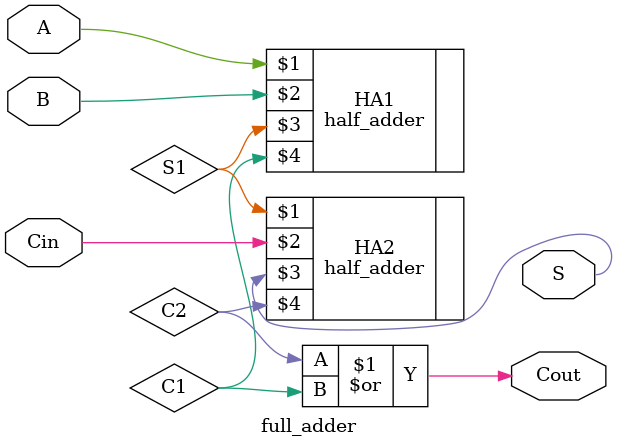
<source format=v>
`timescale 1ns/10ps

module full_adder(
    input A, B, Cin,
    output S, Cout
);

    wire S1, C1;
    half_adder HA1(A, B, S1, C1);

    wire C2;
    half_adder HA2(S1, Cin, S, C2);

    or(Cout, C2, C1);

	// Your code goes here.  DO NOT change anything that is already given! Otherwise, you will not be able to pass the tests!

endmodule

</source>
